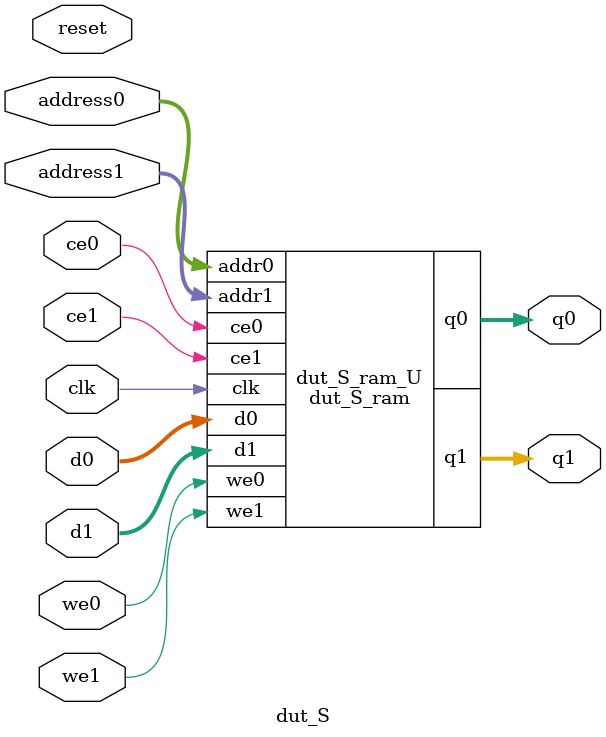
<source format=v>

`timescale 1 ns / 1 ps
module dut_S_ram (addr0, ce0, d0, we0, q0, addr1, ce1, d1, we1, q1,  clk);

parameter DWIDTH = 32;
parameter AWIDTH = 8;
parameter MEM_SIZE = 256;

input[AWIDTH-1:0] addr0;
input ce0;
input[DWIDTH-1:0] d0;
input we0;
output reg[DWIDTH-1:0] q0;
input[AWIDTH-1:0] addr1;
input ce1;
input[DWIDTH-1:0] d1;
input we1;
output reg[DWIDTH-1:0] q1;
input clk;

(* ram_style = "block" *)reg [DWIDTH-1:0] ram[MEM_SIZE-1:0];




always @(posedge clk)  
begin 
    if (ce0) 
    begin
        if (we0) 
        begin 
            ram[addr0] <= d0; 
            q0 <= d0;
        end 
        else 
            q0 <= ram[addr0];
    end
end


always @(posedge clk)  
begin 
    if (ce1) 
    begin
        if (we1) 
        begin 
            ram[addr1] <= d1; 
            q1 <= d1;
        end 
        else 
            q1 <= ram[addr1];
    end
end


endmodule


`timescale 1 ns / 1 ps
module dut_S(
    reset,
    clk,
    address0,
    ce0,
    we0,
    d0,
    q0,
    address1,
    ce1,
    we1,
    d1,
    q1);

parameter DataWidth = 32'd32;
parameter AddressRange = 32'd256;
parameter AddressWidth = 32'd8;
input reset;
input clk;
input[AddressWidth - 1:0] address0;
input ce0;
input we0;
input[DataWidth - 1:0] d0;
output[DataWidth - 1:0] q0;
input[AddressWidth - 1:0] address1;
input ce1;
input we1;
input[DataWidth - 1:0] d1;
output[DataWidth - 1:0] q1;



dut_S_ram dut_S_ram_U(
    .clk( clk ),
    .addr0( address0 ),
    .ce0( ce0 ),
    .d0( d0 ),
    .we0( we0 ),
    .q0( q0 ),
    .addr1( address1 ),
    .ce1( ce1 ),
    .d1( d1 ),
    .we1( we1 ),
    .q1( q1 ));

endmodule


</source>
